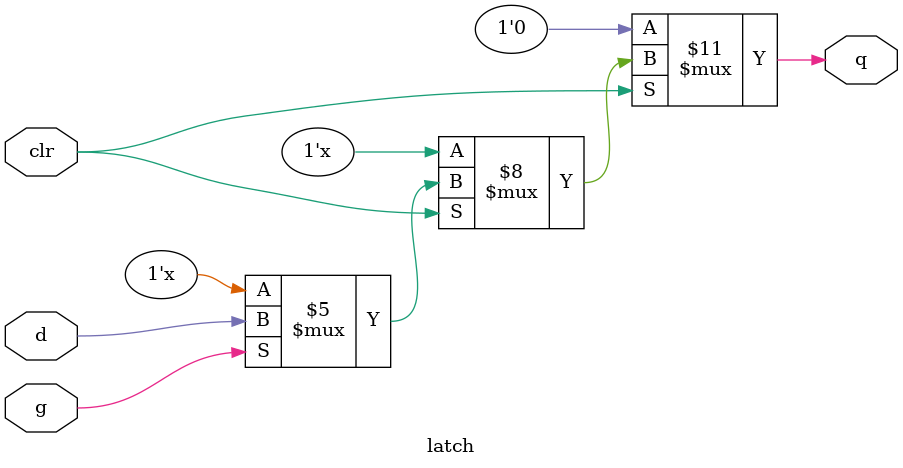
<source format=v>
module latch(input clr, d, g, output reg q);
    always @(*) begin
        if (!clr)
            q = 1'b0;
        else if (g == 1) begin
            q = d;
        end
    end

endmodule
</source>
